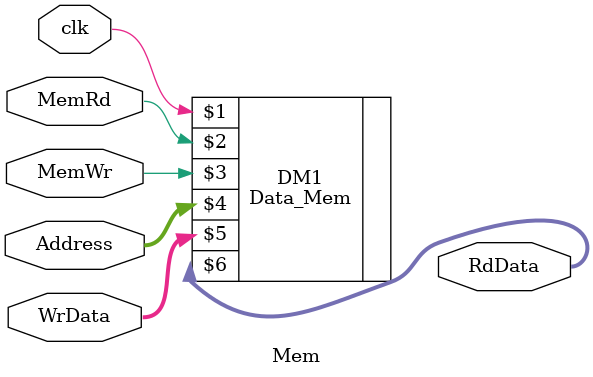
<source format=v>
`timescale 1ns / 1ps


module Mem(
    input clk,
    input [31:0] Address,
    input [31:0] WrData,
    input MemRd,
    input MemWr,
    output [31:0] RdData
    );
    
    Data_Mem DM1(clk,MemRd,MemWr,Address,WrData,RdData);
    
endmodule

</source>
